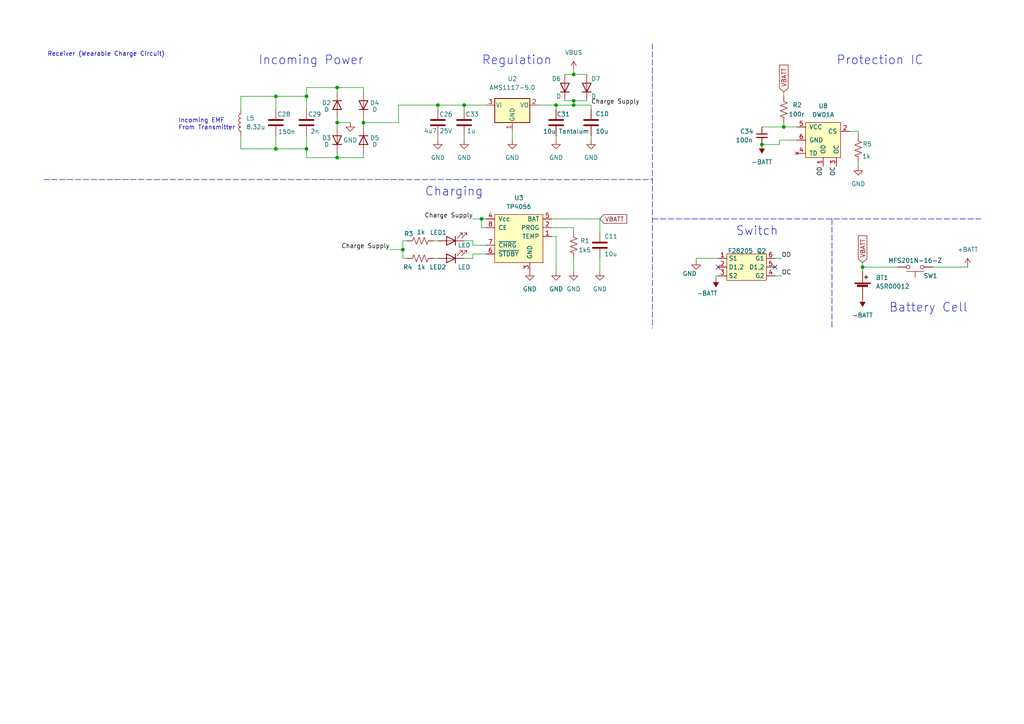
<source format=kicad_sch>
(kicad_sch (version 20211123) (generator eeschema)
  (paper "A4")
  (lib_symbols
    (symbol "+BATT_1" (power) (pin_names (offset 0))
      (property "Value" "+BATT_1" (at 0 3.556 0))
      (symbol "+BATT_1_0_1"
        (polyline (pts (xy -0.762 1.27) (xy 0 2.54)))
        (polyline (pts (xy 0 0) (xy 0 2.54)))
        (polyline (pts (xy 0 2.54) (xy 0.762 1.27)))
      )
      (symbol "+BATT_1_1_1"
        (pin power_in line (at 0 0 90) (length 0) hide (name "+BATT") (number "1"))
      )
    )
    (symbol "DW01A_1" (pin_names (offset 1.016))
      (property "Reference" "U?" (at 0 4.826 0))
      (property "Value" "DW01A_1" (at 0 2.286 0))
      (symbol "DW01A_1_0_1"
        (rectangle (start -5.08 0) (end 5.08 -10.16) (fill (type background)))
      )
      (symbol "DW01A_1_1_1"
        (pin output line (at 0 -12.7 90) (length 2.54) (name "OD") (number "1"))
        (pin input line (at 7.62 -2.54 180) (length 2.54) (name "CS") (number "2"))
        (pin output line (at 3.81 -12.7 90) (length 2.54) (name "OC") (number "3"))
        (pin no_connect line (at -7.62 -8.89 0) (length 2.54) (name "TD") (number "4"))
        (pin input line (at -7.62 -1.27 0) (length 2.54) (name "VCC") (number "5"))
        (pin input line (at -7.62 -5.08 0) (length 2.54) (name "GND") (number "6"))
      )
    )
    (symbol "Device:Battery_Cell" (pin_numbers hide) (pin_names (offset 0) hide)
      (property "Reference" "BT1" (at 3.81 3.3021 0))
      (property "Value" "ASR00012" (at 3.81 0.7621 0))
      (symbol "Battery_Cell_0_1"
        (rectangle (start -2.286 1.778) (end 2.286 1.524) (fill (type outline)))
        (rectangle (start -1.5748 1.1938) (end 1.4732 0.6858) (fill (type outline)))
        (polyline (pts (xy 0 0.762) (xy 0 0)))
        (polyline (pts (xy 0 1.778) (xy 0 2.54)))
        (polyline (pts (xy 0.508 3.429) (xy 1.524 3.429)) (stroke (width 0.254)))
        (polyline (pts (xy 1.016 3.937) (xy 1.016 2.921)) (stroke (width 0.254)))
      )
      (symbol "Battery_Cell_1_1"
        (pin power_in line (at 0 -2.54 90) (length 2.54) (name "-") (number "1"))
        (pin power_out line (at 0 5.08 270) (length 2.54) (name "+") (number "2"))
      )
    )
    (symbol "Device:C" (pin_numbers hide) (pin_names (offset 0.254))
      (property "Reference" "C" (at 0.635 2.54 0))
      (property "Value" "C" (at 0.635 -2.54 0))
      (symbol "C_0_1"
        (polyline (pts (xy -2.032 -0.762) (xy 2.032 -0.762)) (stroke (width 0.508)))
        (polyline (pts (xy -2.032 0.762) (xy 2.032 0.762)) (stroke (width 0.508)))
      )
      (symbol "C_1_1"
        (pin passive line (at 0 3.81 270) (length 2.794) (name "~") (number "1"))
        (pin passive line (at 0 -3.81 90) (length 2.794) (name "~") (number "2"))
      )
    )
    (symbol "Device:C_Small" (pin_numbers hide) (pin_names (offset 0.254) hide)
      (property "Reference" "C" (at 0.254 1.778 0))
      (property "Value" "C_Small" (at 0.254 -2.032 0))
      (symbol "C_Small_0_1"
        (polyline (pts (xy -1.524 -0.508) (xy 1.524 -0.508)) (stroke (width 0.3302)))
        (polyline (pts (xy -1.524 0.508) (xy 1.524 0.508)) (stroke (width 0.3048)))
      )
      (symbol "C_Small_1_1"
        (pin passive line (at 0 2.54 270) (length 2.032) (name "~") (number "1"))
        (pin passive line (at 0 -2.54 90) (length 2.032) (name "~") (number "2"))
      )
    )
    (symbol "Device:D" (pin_numbers hide) (pin_names (offset 1.016) hide)
      (property "Reference" "D" (at 0 2.54 0))
      (property "Value" "D" (at 0 -2.54 0))
      (symbol "D_0_1"
        (polyline (pts (xy -1.27 1.27) (xy -1.27 -1.27)) (stroke (width 0.254)))
        (polyline (pts (xy 1.27 0) (xy -1.27 0)))
        (polyline (pts (xy 1.27 1.27) (xy 1.27 -1.27) (xy -1.27 0) (xy 1.27 1.27)) (stroke (width 0.254)))
      )
      (symbol "D_1_1"
        (pin passive line (at -3.81 0 0) (length 2.54) (name "K") (number "1"))
        (pin passive line (at 3.81 0 180) (length 2.54) (name "A") (number "2"))
      )
    )
    (symbol "Device:L" (pin_numbers hide) (pin_names (offset 1.016) hide)
      (property "Reference" "L" (at -1.27 0 90))
      (property "Value" "L" (at 1.905 0 90))
      (symbol "L_0_1"
        (arc (start 0 -2.54) (mid 0.635 -1.905) (end 0 -1.27))
        (arc (start 0 -1.27) (mid 0.635 -0.635) (end 0 0))
        (arc (start 0 0) (mid 0.635 0.635) (end 0 1.27))
        (arc (start 0 1.27) (mid 0.635 1.905) (end 0 2.54))
      )
      (symbol "L_1_1"
        (pin passive line (at 0 3.81 270) (length 1.27) (name "1") (number "1"))
        (pin passive line (at 0 -3.81 90) (length 1.27) (name "2") (number "2"))
      )
    )
    (symbol "Device:LED" (pin_numbers hide) (pin_names (offset 1.016) hide)
      (property "Reference" "D" (at 0 2.54 0))
      (property "Value" "LED" (at 0 -2.54 0))
      (symbol "LED_0_1"
        (polyline (pts (xy -1.27 -1.27) (xy -1.27 1.27)) (stroke (width 0.254)))
        (polyline (pts (xy -1.27 0) (xy 1.27 0)))
        (polyline (pts (xy 1.27 -1.27) (xy 1.27 1.27) (xy -1.27 0) (xy 1.27 -1.27)) (stroke (width 0.254)))
        (polyline (pts (xy -3.048 -0.762) (xy -4.572 -2.286) (xy -3.81 -2.286) (xy -4.572 -2.286) (xy -4.572 -1.524)))
        (polyline (pts (xy -1.778 -0.762) (xy -3.302 -2.286) (xy -2.54 -2.286) (xy -3.302 -2.286) (xy -3.302 -1.524)))
      )
      (symbol "LED_1_1"
        (pin passive line (at -3.81 0 0) (length 2.54) (name "K") (number "1"))
        (pin passive line (at 3.81 0 180) (length 2.54) (name "A") (number "2"))
      )
    )
    (symbol "Device:R_US" (pin_numbers hide) (pin_names (offset 0))
      (property "Reference" "R" (at 2.54 0 90))
      (property "Value" "R_US" (at -2.54 0 90))
      (symbol "R_US_0_1"
        (polyline (pts (xy 0 -2.286) (xy 0 -2.54)))
        (polyline (pts (xy 0 2.286) (xy 0 2.54)))
        (polyline (pts (xy 0 -0.762) (xy 1.016 -1.143) (xy 0 -1.524) (xy -1.016 -1.905) (xy 0 -2.286)))
        (polyline (pts (xy 0 0.762) (xy 1.016 0.381) (xy 0 0) (xy -1.016 -0.381) (xy 0 -0.762)))
        (polyline (pts (xy 0 2.286) (xy 1.016 1.905) (xy 0 1.524) (xy -1.016 1.143) (xy 0 0.762)))
      )
      (symbol "R_US_1_1"
        (pin passive line (at 0 3.81 270) (length 1.27) (name "~") (number "1"))
        (pin passive line (at 0 -3.81 90) (length 1.27) (name "~") (number "2"))
      )
    )
    (symbol "F28205_1"
      (property "Reference" "Q2" (at 2.413 0.889 0))
      (property "Value" "F28205" (at -3.683 0.889 0))
      (symbol "F28205_1_0_1"
        (rectangle (start -7.62 0) (end 3.81 -7.62) (fill (type background)))
      )
      (symbol "F28205_1_1_1"
        (pin input line (at -10.16 -1.27 0) (length 2.54) (name "S1") (number "1"))
        (pin input line (at -10.16 -3.81 0) (length 2.54) (name "D1,2") (number "2"))
        (pin input line (at -10.16 -6.35 0) (length 2.54) (name "S2") (number "3"))
        (pin input line (at 6.35 -6.35 180) (length 2.54) (name "G2") (number "4"))
        (pin input line (at 6.35 -3.81 180) (length 2.54) (name "D1,2") (number "5"))
        (pin input line (at 6.35 -1.27 180) (length 2.54) (name "G1") (number "6"))
      )
    )
    (symbol "GND_1" (power) (pin_names (offset 0))
      (property "Value" "GND_1" (at 0 -3.81 0))
      (symbol "GND_1_0_1"
        (polyline (pts (xy 0 0) (xy 0 -1.27) (xy 1.27 -1.27) (xy 0 -2.54) (xy -1.27 -1.27) (xy 0 -1.27)))
      )
      (symbol "GND_1_1_1"
        (pin power_in line (at 0 0 270) (length 0) hide (name "GND") (number "1"))
      )
    )
    (symbol "Regulator_Linear:AMS1117-5.0" (pin_names (offset 0.254))
      (property "Reference" "U" (at -3.81 3.175 0))
      (property "Value" "AMS1117-5.0" (at 0 3.175 0))
      (symbol "AMS1117-5.0_0_1"
        (rectangle (start -5.08 -5.08) (end 5.08 1.905) (stroke (width 0.254)) (fill (type background)))
      )
      (symbol "AMS1117-5.0_1_1"
        (pin power_in line (at 0 -7.62 90) (length 2.54) (name "GND") (number "1"))
        (pin power_out line (at 7.62 0 180) (length 2.54) (name "VO") (number "2"))
        (pin power_in line (at -7.62 0 0) (length 2.54) (name "VI") (number "3"))
      )
    )
    (symbol "Switch:SW_MEC_5G" (pin_numbers hide) (pin_names (offset 1.016) hide)
      (property "Reference" "SW" (at 1.27 2.54 0))
      (property "Value" "SW_MEC_5G" (at 0 -1.524 0))
      (symbol "SW_MEC_5G_0_1"
        (circle (center -2.032 0) (radius 0.508))
        (polyline (pts (xy 0 1.27) (xy 0 3.048)))
        (polyline (pts (xy 2.54 1.27) (xy -2.54 1.27)))
        (circle (center 2.032 0) (radius 0.508))
        (pin passive line (at -5.08 0 0) (length 2.54) (name "A") (number "1"))
        (pin passive line (at 5.08 0 180) (length 2.54) (name "B") (number "3"))
      )
      (symbol "SW_MEC_5G_1_1"
        (pin passive line (at -5.08 0 0) (length 2.54) hide (name "A") (number "2"))
        (pin passive line (at 5.08 0 180) (length 2.54) hide (name "B") (number "4"))
      )
    )
    (symbol "power:-BATT" (power) (pin_names (offset 0))
      (property "Value" "-BATT" (at 0 3.556 0))
      (symbol "-BATT_0_1"
        (polyline (pts (xy 0 0) (xy 0 2.54)))
        (polyline (pts (xy 0.762 1.27) (xy -0.762 1.27) (xy 0 2.54) (xy 0.762 1.27)) (fill (type outline)))
      )
      (symbol "-BATT_1_1"
        (pin power_in line (at 0 0 90) (length 0) hide (name "-BATT") (number "1"))
      )
    )
    (symbol "power:VBUS" (power) (pin_names (offset 0))
      (property "Value" "VBUS" (at 0 3.81 0))
      (symbol "VBUS_0_1"
        (polyline (pts (xy -0.762 1.27) (xy 0 2.54)))
        (polyline (pts (xy 0 0) (xy 0 2.54)))
        (polyline (pts (xy 0 2.54) (xy 0.762 1.27)))
      )
      (symbol "VBUS_1_1"
        (pin power_in line (at 0 0 90) (length 0) hide (name "VBUS") (number "1"))
      )
    )
    (symbol "tp4056:TP4056" (pin_names (offset 1.016))
      (property "Reference" "U" (at 3.81 3.81 0))
      (property "Value" "TP4056" (at -3.81 3.81 0))
      (symbol "TP4056_0_1"
        (rectangle (start -7.62 2.54) (end 6.35 -11.43) (fill (type background)))
      )
      (symbol "TP4056_1_1"
        (pin input line (at 8.89 -3.81 180) (length 2.54) (name "TEMP") (number "1"))
        (pin input line (at 8.89 -1.27 180) (length 2.54) (name "PROG") (number "2"))
        (pin input line (at 2.54 -13.97 90) (length 2.54) (name "GND") (number "3"))
        (pin input line (at -10.16 1.27 0) (length 2.54) (name "Vcc") (number "4"))
        (pin output line (at 8.89 1.27 180) (length 2.54) (name "BAT") (number "5"))
        (pin output line (at -10.16 -8.89 0) (length 2.54) (name "~{STDBY}") (number "6"))
        (pin output line (at -10.16 -6.35 0) (length 2.54) (name "~{CHRG}") (number "7"))
        (pin input line (at -10.16 -1.27 0) (length 2.54) (name "CE") (number "8"))
      )
    )
  )
  (junction (at 97.79 45.72))
  (junction (at 161.29 30.48))
  (junction (at 220.98 41.91))
  (junction (at 97.79 25.4))
  (junction (at 80.01 27.94))
  (junction (at 227.33 36.83))
  (junction (at 116.84 72.39))
  (junction (at 88.9 27.94))
  (junction (at 139.7 63.5))
  (junction (at 250.19 77.47))
  (junction (at 166.37 21.59))
  (junction (at 88.9 43.18))
  (junction (at 127 30.48))
  (junction (at 134.62 30.48))
  (junction (at 97.79 35.56))
  (junction (at 80.01 43.18))
  (junction (at 166.37 29.21))
  (junction (at 105.41 35.56))
  (junction (at 166.37 30.48))
  (no_connect (at 208.28 77.47))
  (no_connect (at 224.79 77.47))
  (wire (pts (xy 140.97 63.5) (xy 139.7 63.5)))
  (wire (pts (xy 250.19 76.2) (xy 250.19 77.47)))
  (wire (pts (xy 171.45 39.37) (xy 171.45 40.64)))
  (wire (pts (xy 166.37 67.31) (xy 166.37 66.04)))
  (wire (pts (xy 116.84 69.85) (xy 118.11 69.85)))
  (wire (pts (xy 226.06 40.64) (xy 226.06 41.91)))
  (wire (pts (xy 137.16 73.66) (xy 140.97 73.66)))
  (wire (pts (xy 166.37 29.21) (xy 166.37 30.48)))
  (wire (pts (xy 115.57 30.48) (xy 127 30.48)))
  (wire (pts (xy 248.92 46.99) (xy 248.92 48.26)))
  (wire (pts (xy 97.79 25.4) (xy 88.9 25.4)))
  (polyline (pts (xy 189.23 12.7) (xy 189.23 95.25)))
  (wire (pts (xy 161.29 30.48) (xy 161.29 31.75)))
  (wire (pts (xy 161.29 30.48) (xy 166.37 30.48)))
  (wire (pts (xy 163.83 21.59) (xy 166.37 21.59)))
  (wire (pts (xy 161.29 39.37) (xy 161.29 40.64)))
  (wire (pts (xy 105.41 25.4) (xy 105.41 26.67)))
  (wire (pts (xy 88.9 43.18) (xy 88.9 45.72)))
  (wire (pts (xy 105.41 35.56) (xy 115.57 35.56)))
  (polyline (pts (xy 241.3 63.5) (xy 241.3 95.25)))
  (wire (pts (xy 115.57 35.56) (xy 115.57 30.48)))
  (wire (pts (xy 88.9 45.72) (xy 97.79 45.72)))
  (wire (pts (xy 166.37 74.93) (xy 166.37 78.74)))
  (wire (pts (xy 88.9 39.37) (xy 88.9 43.18)))
  (wire (pts (xy 208.28 74.93) (xy 201.93 74.93)))
  (wire (pts (xy 80.01 27.94) (xy 80.01 31.75)))
  (wire (pts (xy 113.03 72.39) (xy 116.84 72.39)))
  (wire (pts (xy 220.98 36.83) (xy 227.33 36.83)))
  (wire (pts (xy 207.645 80.01) (xy 207.645 80.645)))
  (wire (pts (xy 97.79 26.67) (xy 97.79 25.4)))
  (wire (pts (xy 134.62 30.48) (xy 140.97 30.48)))
  (wire (pts (xy 101.6 35.56) (xy 97.79 35.56)))
  (wire (pts (xy 97.79 34.29) (xy 97.79 35.56)))
  (wire (pts (xy 69.85 31.75) (xy 69.85 27.94)))
  (wire (pts (xy 137.16 63.5) (xy 139.7 63.5)))
  (wire (pts (xy 166.37 66.04) (xy 160.02 66.04)))
  (wire (pts (xy 166.37 20.32) (xy 166.37 21.59)))
  (wire (pts (xy 227.33 26.67) (xy 227.33 27.94)))
  (wire (pts (xy 69.85 27.94) (xy 80.01 27.94)))
  (wire (pts (xy 270.51 77.47) (xy 280.67 77.47)))
  (wire (pts (xy 173.99 74.93) (xy 173.99 78.74)))
  (wire (pts (xy 97.79 25.4) (xy 105.41 25.4)))
  (wire (pts (xy 227.33 35.56) (xy 227.33 36.83)))
  (wire (pts (xy 105.41 35.56) (xy 105.41 36.83)))
  (wire (pts (xy 80.01 43.18) (xy 69.85 43.18)))
  (wire (pts (xy 88.9 25.4) (xy 88.9 27.94)))
  (wire (pts (xy 127 30.48) (xy 134.62 30.48)))
  (wire (pts (xy 69.85 43.18) (xy 69.85 39.37)))
  (wire (pts (xy 208.28 80.01) (xy 207.645 80.01)))
  (wire (pts (xy 125.73 74.93) (xy 127 74.93)))
  (wire (pts (xy 161.29 68.58) (xy 161.29 78.74)))
  (wire (pts (xy 148.59 38.1) (xy 148.59 40.64)))
  (wire (pts (xy 137.16 69.85) (xy 134.62 69.85)))
  (wire (pts (xy 134.62 39.37) (xy 134.62 40.64)))
  (wire (pts (xy 139.7 66.04) (xy 140.97 66.04)))
  (wire (pts (xy 105.41 34.29) (xy 105.41 35.56)))
  (wire (pts (xy 224.79 74.93) (xy 226.695 74.93)))
  (wire (pts (xy 116.84 72.39) (xy 116.84 69.85)))
  (wire (pts (xy 166.37 29.21) (xy 170.18 29.21)))
  (wire (pts (xy 260.35 77.47) (xy 250.19 77.47)))
  (wire (pts (xy 80.01 39.37) (xy 80.01 43.18)))
  (wire (pts (xy 160.02 63.5) (xy 173.99 63.5)))
  (wire (pts (xy 125.73 69.85) (xy 127 69.85)))
  (wire (pts (xy 156.21 30.48) (xy 161.29 30.48)))
  (wire (pts (xy 160.02 68.58) (xy 161.29 68.58)))
  (wire (pts (xy 226.06 40.64) (xy 231.14 40.64)))
  (wire (pts (xy 166.37 21.59) (xy 170.18 21.59)))
  (wire (pts (xy 166.37 30.48) (xy 171.45 30.48)))
  (wire (pts (xy 116.84 74.93) (xy 116.84 72.39)))
  (wire (pts (xy 88.9 43.18) (xy 80.01 43.18)))
  (wire (pts (xy 227.33 36.83) (xy 231.14 36.83)))
  (wire (pts (xy 171.45 30.48) (xy 171.45 31.75)))
  (wire (pts (xy 246.38 38.1) (xy 248.92 38.1)))
  (wire (pts (xy 163.83 29.21) (xy 166.37 29.21)))
  (wire (pts (xy 118.11 74.93) (xy 116.84 74.93)))
  (wire (pts (xy 224.79 80.01) (xy 226.695 80.01)))
  (wire (pts (xy 105.41 44.45) (xy 105.41 45.72)))
  (polyline (pts (xy 189.23 63.5) (xy 284.48 63.5)))
  (wire (pts (xy 134.62 74.93) (xy 137.16 74.93)))
  (wire (pts (xy 201.93 74.93) (xy 201.93 75.565)))
  (wire (pts (xy 250.19 77.47) (xy 250.19 78.74)))
  (wire (pts (xy 137.16 74.93) (xy 137.16 73.66)))
  (wire (pts (xy 134.62 30.48) (xy 134.62 31.75)))
  (wire (pts (xy 248.92 38.1) (xy 248.92 39.37)))
  (wire (pts (xy 173.99 63.5) (xy 173.99 67.31)))
  (wire (pts (xy 97.79 44.45) (xy 97.79 45.72)))
  (wire (pts (xy 97.79 45.72) (xy 105.41 45.72)))
  (wire (pts (xy 139.7 63.5) (xy 139.7 66.04)))
  (wire (pts (xy 88.9 27.94) (xy 88.9 31.75)))
  (wire (pts (xy 80.01 27.94) (xy 88.9 27.94)))
  (wire (pts (xy 226.06 41.91) (xy 220.98 41.91)))
  (wire (pts (xy 127 39.37) (xy 127 40.64)))
  (polyline (pts (xy 12.7 52.07) (xy 189.23 52.07)))
  (wire (pts (xy 97.79 35.56) (xy 97.79 36.83)))
  (wire (pts (xy 137.16 71.12) (xy 137.16 69.85)))
  (wire (pts (xy 127 30.48) (xy 127 31.75)))
  (wire (pts (xy 140.97 71.12) (xy 137.16 71.12)))
  (text "Receiver (Wearable Charge Circuit)" (at 13.716 16.51 0) (effects (font (size 1.27 1.27)) (justify left bottom)))
  (text "Charging" (at 123.19 57.15 0) (effects (font (size 2.54 2.54)) (justify left bottom)))
  (text "Switch" (at 213.36 68.58 0) (effects (font (size 2.54 2.54)) (justify left bottom)))
  (text "Incoming EMF\nFrom Transmitter" (at 51.689 37.846 0) (effects (font (size 1.27 1.27)) (justify left bottom)))
  (text "Protection IC" (at 242.57 19.05 0) (effects (font (size 2.54 2.54)) (justify left bottom)))
  (text "Incoming Power" (at 74.93 19.05 0) (effects (font (size 2.54 2.54)) (justify left bottom)))
  (text "Regulation" (at 139.7 19.05 0) (effects (font (size 2.54 2.54)) (justify left bottom)))
  (text "Battery Cell" (at 257.81 90.805 0) (effects (font (size 2.54 2.54)) (justify left bottom)))
  (label "OC" (at 226.695 80.01 0))
  (label "Charge Supply" (at 171.45 30.48 0))
  (label "OC" (at 242.57 48.26 270))
  (label "OD" (at 226.695 74.93 0))
  (label "OD" (at 238.76 48.26 270))
  (label "Charge Supply" (at 137.16 63.5 180))
  (label "Charge Supply" (at 113.03 72.39 180))
  (global_label "VBATT" (shape input) (at 250.19 76.2 90) (property "Intersheet References" "${INTERSHEET_REFS}" (effects hide)))
  (global_label "VBATT" (shape input) (at 227.33 26.67 90) (property "Intersheet References" "${INTERSHEET_REFS}" (effects hide)))
  (global_label "VBATT" (shape input) (at 173.99 63.5 0) (property "Intersheet References" "${INTERSHEET_REFS}" (effects hide)))
  (symbol (lib_id "Device:R_US") (at 166.37 71.12 0) (unit 1)
    (property "Reference" "R1" (at 168.275 69.85 0) (effects (justify left)))
    (property "Value" "1k5" (at 167.767 72.517 0) (effects (justify left)))
    (property "Footprint" "Resistor_SMD:R_0402_1005Metric" (effects hide))
  )
  (symbol (lib_name "GND_1") (lib_id "power:GND") (at 153.67 78.74 0) (unit 1)
    (property "Reference" "#PWR0118" (effects hide))
    (property "Value" "GND" (at 153.67 83.82 0))
  )
  (symbol (lib_id "Device:C") (at 173.99 71.12 0) (unit 1)
    (property "Reference" "C11" (at 175.26 68.58 0) (effects (justify left)))
    (property "Value" "10u" (at 175.26 73.66 0) (effects (justify left)))
    (property "Footprint" "Capacitor_SMD:C_0603_1608Metric" (effects hide))
  )
  (symbol (lib_name "GND_1") (lib_id "power:GND") (at 166.37 78.74 0) (unit 1)
    (property "Reference" "#PWR0119" (effects hide))
    (property "Value" "GND" (at 166.37 83.82 0))
  )
  (symbol (lib_id "power:-BATT") (at 220.98 41.91 180) (unit 1)
    (property "Reference" "#PWR0116" (effects hide))
    (property "Value" "-BATT" (at 220.98 46.99 0))
  )
  (symbol (lib_name "GND_1") (lib_id "power:GND") (at 101.6 35.56 0) (unit 1)
    (property "Reference" "#PWR0125" (effects hide))
    (property "Value" "GND" (at 101.6 40.64 0))
  )
  (symbol (lib_id "Device:C") (at 161.29 35.56 0) (unit 1)
    (property "Reference" "C31" (at 161.417 33.147 0) (effects (justify left)))
    (property "Value" "10u Tantalum" (at 157.48 38.1 0) (effects (justify left)))
    (property "Footprint" "Capacitor_SMD:C_0805_2012Metric" (effects hide))
  )
  (symbol (lib_id "power:VBUS") (at 166.37 20.32 0) (unit 1)
    (property "Reference" "#PWR047" (effects hide))
    (property "Value" "VBUS" (at 166.37 15.24 0))
  )
  (symbol (lib_id "Switch:SW_MEC_5G") (at 265.43 77.47 180) (unit 1)
    (property "Reference" "SW1" (at 269.875 80.01 0))
    (property "Value" "MFS201N-16-Z" (at 265.43 75.565 0))
    (property "Footprint" "Button_Switch_SMD:SW_SPDT_PCM12" (effects hide))
    (property "Datasheet" "http://www.apem.com/int/index.php?controller=attachment&id_attachment=488" (effects hide))
  )
  (symbol (lib_name "GND_1") (lib_id "power:GND") (at 201.93 75.565 0) (unit 1)
    (property "Reference" "#PWR0115" (effects hide))
    (property "Value" "GND" (at 200.025 79.375 0))
  )
  (symbol (lib_id "power:-BATT") (at 207.645 80.645 180) (unit 1)
    (property "Reference" "#PWR0113" (effects hide))
    (property "Value" "-BATT" (at 205.105 85.09 0))
  )
  (symbol (lib_id "Device:C") (at 80.01 35.56 0) (unit 1)
    (property "Reference" "C28" (at 80.391 33.147 0) (effects (justify left)))
    (property "Value" "150n" (at 80.645 38.227 0) (effects (justify left)))
    (property "Footprint" "Capacitor_SMD:C_1206_3216Metric" (effects hide))
  )
  (symbol (lib_id "Device:D") (at 105.41 40.64 270) (unit 1)
    (property "Reference" "D5" (at 107.315 40.005 90) (effects (justify left)))
    (property "Value" "D" (at 107.95 41.9099 90) (effects (justify left)))
    (property "Footprint" "DIN1006-2:DIN1006-2" (effects hide))
  )
  (symbol (lib_id "Device:C") (at 134.62 35.56 0) (unit 1)
    (property "Reference" "C33" (at 135.001 33.147 0) (effects (justify left)))
    (property "Value" "1u" (at 135.382 37.973 0) (effects (justify left)))
    (property "Footprint" "Capacitor_SMD:C_0402_1005Metric" (effects hide))
  )
  (symbol (lib_id "Device:D") (at 170.18 25.4 90) (unit 1)
    (property "Reference" "D7" (at 171.45 22.86 90) (effects (justify right)))
    (property "Value" "D" (at 171.45 27.94 90) (effects (justify right)))
    (property "Footprint" "DIN1006-2:DIN1006-2" (effects hide))
  )
  (symbol (lib_id "tp4056:TP4056") (at 151.13 64.77 0) (unit 1)
    (property "Reference" "U3" (at 150.495 57.404 0))
    (property "Value" "TP4056" (at 150.495 59.944 0))
    (property "Footprint" "Package_SO:SOP-8_3.9x4.9mm_P1.27mm" (effects hide))
  )
  (symbol (lib_id "Device:D") (at 97.79 40.64 90) (unit 1)
    (property "Reference" "D3" (at 93.345 40.005 90) (effects (justify right)))
    (property "Value" "D" (at 93.98 41.91 90) (effects (justify right)))
    (property "Footprint" "DIN1006-2:DIN1006-2" (effects hide))
  )
  (symbol (lib_name "GND_1") (lib_id "power:GND") (at 248.92 48.26 0) (unit 1)
    (property "Reference" "#PWR0114" (effects hide))
    (property "Value" "GND" (at 248.92 53.34 0))
  )
  (symbol (lib_id "Device:R_US") (at 227.33 31.75 0) (unit 1)
    (property "Reference" "R2" (at 229.87 30.4799 0) (effects (justify left)))
    (property "Value" "100r" (at 228.727 33.147 0) (effects (justify left)))
    (property "Footprint" "Resistor_SMD:R_0402_1005Metric" (effects hide))
  )
  (symbol (lib_name "GND_1") (lib_id "power:GND") (at 148.59 40.64 0) (unit 1)
    (property "Reference" "#PWR0122" (effects hide))
    (property "Value" "GND" (at 148.59 45.72 0))
  )
  (symbol (lib_id "Device:C") (at 127 35.56 0) (unit 1)
    (property "Reference" "C26" (at 127.381 33.147 0) (effects (justify left)))
    (property "Value" "4u7 25V" (at 122.936 37.973 0) (effects (justify left)))
    (property "Footprint" "Capacitor_SMD:C_0603_1608Metric" (effects hide))
  )
  (symbol (lib_name "GND_1") (lib_id "power:GND") (at 161.29 78.74 0) (unit 1)
    (property "Reference" "#PWR0121" (effects hide))
    (property "Value" "GND" (at 161.29 83.82 0))
  )
  (symbol (lib_id "Device:LED") (at 130.81 74.93 180) (unit 1)
    (property "Reference" "LED2" (at 127 77.47 0))
    (property "Value" "LED" (at 134.62 77.47 0))
    (property "Footprint" "LED_SMD:LED_0402_1005Metric" (effects hide))
  )
  (symbol (lib_id "Device:R_US") (at 248.92 43.18 0) (unit 1)
    (property "Reference" "R5" (at 250.19 41.783 0) (effects (justify left)))
    (property "Value" "1k" (at 250.063 45.339 0) (effects (justify left)))
    (property "Footprint" "Resistor_SMD:R_0402_1005Metric" (effects hide))
  )
  (symbol (lib_id "Device:C_Small") (at 220.98 39.37 0) (unit 1)
    (property "Reference" "C34" (at 214.63 38.1 0) (effects (justify left)))
    (property "Value" "100n" (at 213.36 40.64 0) (effects (justify left)))
    (property "Footprint" "Capacitor_SMD:C_0402_1005Metric" (effects hide))
  )
  (symbol (lib_id "Device:R_US") (at 121.92 69.85 90) (unit 1)
    (property "Reference" "R3" (at 119.888 67.818 90) (effects (justify left)))
    (property "Value" "1k" (at 123.317 67.31 90) (effects (justify left)))
    (property "Footprint" "Resistor_SMD:R_0402_1005Metric" (effects hide))
  )
  (symbol (lib_name "GND_1") (lib_id "power:GND") (at 173.99 78.74 0) (unit 1)
    (property "Reference" "#PWR0120" (effects hide))
    (property "Value" "GND" (at 173.99 83.82 0))
  )
  (symbol (lib_name "GND_1") (lib_id "power:GND") (at 171.45 40.64 0) (unit 1)
    (property "Reference" "#PWR0124" (effects hide))
    (property "Value" "GND" (at 171.45 45.72 0))
  )
  (symbol (lib_id "Device:Battery_Cell") (at 250.19 83.82 0) (unit 1)
    (property "Reference" "BT1" (at 254 80.5179 0) (effects (justify left)))
    (property "Value" "ASR00012" (at 254 83.0579 0) (effects (justify left)))
    (property "Footprint" "Connector_PinHeader_2.54mm:PinHeader_1x02_P2.54mm_Vertical" (effects hide))
  )
  (symbol (lib_id "Device:D") (at 163.83 25.4 90) (unit 1)
    (property "Reference" "D6" (at 160.02 22.86 90) (effects (justify right)))
    (property "Value" "D" (at 161.29 27.94 90) (effects (justify right)))
    (property "Footprint" "DIN1006-2:DIN1006-2" (effects hide))
  )
  (symbol (lib_id "Device:LED") (at 130.81 69.85 180) (unit 1)
    (property "Reference" "LED1" (at 127.127 67.437 0))
    (property "Value" "LED" (at 134.62 71.12 0))
    (property "Footprint" "LED_SMD:LED_0402_1005Metric" (effects hide))
  )
  (symbol (lib_id "power:-BATT") (at 250.19 86.36 180) (unit 1)
    (property "Reference" "#PWR0117" (effects hide))
    (property "Value" "-BATT" (at 250.19 91.44 0))
  )
  (symbol (lib_id "Device:D") (at 97.79 30.48 270) (unit 1)
    (property "Reference" "D2" (at 93.345 29.845 90) (effects (justify left)))
    (property "Value" "D" (at 93.98 31.75 90) (effects (justify left)))
    (property "Footprint" "DIN1006-2:DIN1006-2" (effects hide))
  )
  (symbol (lib_id "Device:D") (at 105.41 30.48 90) (unit 1)
    (property "Reference" "D4" (at 107.315 29.845 90) (effects (justify right)))
    (property "Value" "D" (at 107.95 31.7499 90) (effects (justify right)))
    (property "Footprint" "DIN1006-2:DIN1006-2" (effects hide))
  )
  (symbol (lib_id "Device:C") (at 171.45 35.56 0) (unit 1)
    (property "Reference" "C10" (at 172.72 33.02 0) (effects (justify left)))
    (property "Value" "10u" (at 172.72 38.1 0) (effects (justify left)))
    (property "Footprint" "Capacitor_SMD:C_0603_1608Metric" (effects hide))
  )
  (symbol (lib_name "DW01A_1") (lib_id "dw01a:DW01A") (at 238.76 35.56 0) (unit 1)
    (property "Reference" "U8" (at 238.76 30.734 0))
    (property "Value" "DW01A" (at 238.76 33.274 0))
    (property "Footprint" "Package_TO_SOT_SMD:SOT-23-6" (effects hide))
  )
  (symbol (lib_id "Device:L") (at 69.85 35.56 180) (unit 1)
    (property "Reference" "L5" (at 71.374 34.2899 0) (effects (justify right)))
    (property "Value" "8.32u" (at 71.374 36.8299 0) (effects (justify right)))
    (property "Footprint" "Connector_PinHeader_2.54mm:PinHeader_1x02_P2.54mm_Vertical" (effects hide))
  )
  (symbol (lib_name "GND_1") (lib_id "power:GND") (at 127 40.64 0) (unit 1)
    (property "Reference" "#PWR0111" (effects hide))
    (property "Value" "GND" (at 127 45.72 0))
  )
  (symbol (lib_id "Device:R_US") (at 121.92 74.93 90) (unit 1)
    (property "Reference" "R4" (at 119.634 77.47 90) (effects (justify left)))
    (property "Value" "1k" (at 123.444 77.47 90) (effects (justify left)))
    (property "Footprint" "Resistor_SMD:R_0402_1005Metric" (effects hide))
  )
  (symbol (lib_name "+BATT_1") (lib_id "power:+BATT") (at 280.67 77.47 0) (unit 1)
    (property "Reference" "#PWR062" (effects hide))
    (property "Value" "+BATT" (at 280.67 72.39 0))
  )
  (symbol (lib_id "Device:C") (at 88.9 35.56 0) (unit 1)
    (property "Reference" "C29" (at 89.281 33.147 0) (effects (justify left)))
    (property "Value" "2n" (at 90.043 38.1 0) (effects (justify left)))
    (property "Footprint" "Capacitor_SMD:C_0603_1608Metric" (effects hide))
  )
  (symbol (lib_name "GND_1") (lib_id "power:GND") (at 161.29 40.64 0) (unit 1)
    (property "Reference" "#PWR0123" (effects hide))
    (property "Value" "GND" (at 161.29 45.72 0))
  )
  (symbol (lib_name "GND_1") (lib_id "power:GND") (at 134.62 40.64 0) (unit 1)
    (property "Reference" "#PWR0112" (effects hide))
    (property "Value" "GND" (at 134.62 45.72 0))
  )
  (symbol (lib_name "F28205_1") (lib_id "SDP:F28205") (at 218.44 73.66 0) (unit 1)
    (property "Reference" "Q2" (at 220.853 72.771 0))
    (property "Value" "F28205" (at 214.757 72.771 0))
    (property "Footprint" "Package_TO_SOT_SMD:SOT-23-6" (effects hide))
  )
  (symbol (lib_id "Regulator_Linear:AMS1117-5.0") (at 148.59 30.48 0) (unit 1)
    (property "Reference" "U2" (at 148.59 22.86 0))
    (property "Value" "AMS1117-5.0" (at 148.59 25.4 0))
    (property "Footprint" "Package_TO_SOT_SMD:SOT-223-3_TabPin2" (effects hide))
    (property "Datasheet" "http://www.advanced-monolithic.com/pdf/ds1117.pdf" (effects hide))
  )
)
</source>
